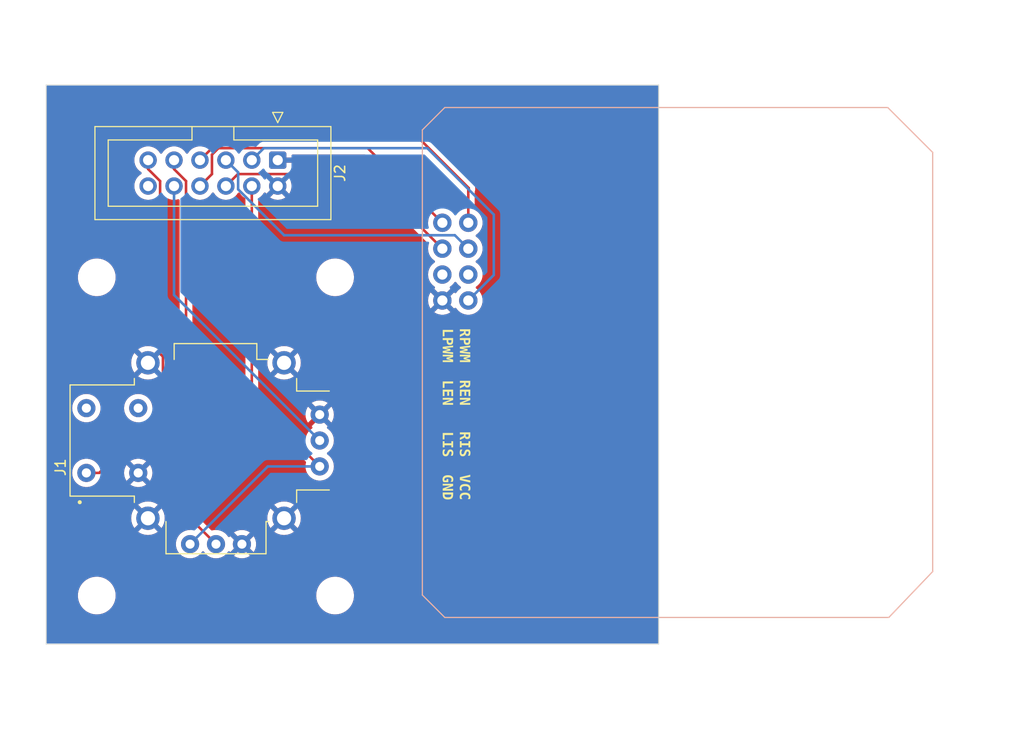
<source format=kicad_pcb>
(kicad_pcb (version 20221018) (generator pcbnew)
  (layers (0 "F.Cu" signal) (31 "B.Cu" signal) (34 "B.Paste" user) (35 "F.Paste" user) (36 "B.SilkS" user "B.Silkscreen") (37 "F.SilkS" user "F.Silkscreen") (38 "B.Mask" user) (39 "F.Mask" user) (44 "Edge.Cuts" user))
  (net 0 "")
  (net 3 "GND")
  (net 4 "+5V")
  (net 5 "+3V3")
  (net 6 "D1")
  (net 7 "D2")
  (net 8 "D3")
  (net 9 "D4")
  (net 10 "D5")
  (net 11 "D6")
  (net 12 "D7")
  (net 13 "D8")
  (footprint "MountingHole:MountingHole_3.2mm_M3" (layer "F.Cu") (at 77.45 117.35)
    (fp_text reference "REF**" hide)
    (fp_text value "MountingHole_3.2mm_M3")
    (pad "" np_thru_hole circle (at 0 0) (size 3.2 3.2) (drill 3.2) (layers "*.Cu" "*.Mask"))
  )
  (footprint "MountingHole:MountingHole_3.2mm_M3" (layer "F.Cu") (at 100.8 117.35)
    (fp_text reference "REF**" hide)
    (fp_text value "MountingHole_3.2mm_M3")
    (pad "" np_thru_hole circle (at 0 0) (size 3.2 3.2) (drill 3.2) (layers "*.Cu" "*.Mask"))
  )
  (footprint "Connector_IDC:IDC-Header_2x06_P2.54mm_Vertical" (layer "F.Cu") (at 95.18 74.66 -90)
    (fp_text reference "J2" (at 1.27 -6.1 90) (layer "F.SilkS"))
    (fp_text value "Conn_02x06_Odd_Even")
    (fp_line (start -4.68 -0.5) (end -4.68 0.5) (stroke (width 0.12)) (layer "F.SilkS"))
    (fp_line (start -4.68 0.5) (end -3.68 0) (stroke (width 0.12)) (layer "F.SilkS"))
    (fp_line (start -3.68 0) (end -4.68 -0.5) (stroke (width 0.12)) (layer "F.SilkS"))
    (fp_line (start -3.29 -5.21) (end 5.83 -5.21) (stroke (width 0.12)) (layer "F.SilkS"))
    (fp_line (start -3.29 4.3) (end -1.98 4.3) (stroke (width 0.12)) (layer "F.SilkS"))
    (fp_line (start -3.29 17.91) (end -3.29 -5.21) (stroke (width 0.12)) (layer "F.SilkS"))
    (fp_line (start -1.98 -3.91) (end 4.52 -3.91) (stroke (width 0.12)) (layer "F.SilkS"))
    (fp_line (start -1.98 4.3) (end -1.98 -3.91) (stroke (width 0.12)) (layer "F.SilkS"))
    (fp_line (start -1.98 8.4) (end -3.29 8.4) (stroke (width 0.12)) (layer "F.SilkS"))
    (fp_line (start -1.98 8.4) (end -1.98 8.4) (stroke (width 0.12)) (layer "F.SilkS"))
    (fp_line (start -1.98 16.61) (end -1.98 8.4) (stroke (width 0.12)) (layer "F.SilkS"))
    (fp_line (start 4.52 -3.91) (end 4.52 16.61) (stroke (width 0.12)) (layer "F.SilkS"))
    (fp_line (start 4.52 16.61) (end -1.98 16.61) (stroke (width 0.12)) (layer "F.SilkS"))
    (fp_line (start 5.83 -5.21) (end 5.83 17.91) (stroke (width 0.12)) (layer "F.SilkS"))
    (fp_line (start 5.83 17.91) (end -3.29 17.91) (stroke (width 0.12)) (layer "F.SilkS"))
    (pad "1" thru_hole roundrect (at 0 0 270) (size 1.7 1.7) (drill 1) (layers "*.Cu" "*.Mask") (roundrect_rratio 0.1470588235) (net 3 "GND"))
    (pad "2" thru_hole circle (at 2.54 0 270) (size 1.7 1.7) (drill 1) (layers "*.Cu" "*.Mask") (net 3 "GND"))
    (pad "3" thru_hole circle (at 0 2.54 270) (size 1.7 1.7) (drill 1) (layers "*.Cu" "*.Mask") (net 4 "+5V"))
    (pad "4" thru_hole circle (at 2.54 2.54 270) (size 1.7 1.7) (drill 1) (layers "*.Cu" "*.Mask") (net 5 "+3V3"))
    (pad "5" thru_hole circle (at 0 5.08 270) (size 1.7 1.7) (drill 1) (layers "*.Cu" "*.Mask") (net 6 "D1"))
    (pad "6" thru_hole circle (at 2.54 5.08 270) (size 1.7 1.7) (drill 1) (layers "*.Cu" "*.Mask") (net 7 "D2"))
    (pad "7" thru_hole circle (at 0 7.62 270) (size 1.7 1.7) (drill 1) (layers "*.Cu" "*.Mask") (net 8 "D3"))
    (pad "8" thru_hole circle (at 2.54 7.62 270) (size 1.7 1.7) (drill 1) (layers "*.Cu" "*.Mask") (net 9 "D4"))
    (pad "9" thru_hole circle (at 0 10.16 270) (size 1.7 1.7) (drill 1) (layers "*.Cu" "*.Mask") (net 10 "D5"))
    (pad "10" thru_hole circle (at 2.54 10.16 270) (size 1.7 1.7) (drill 1) (layers "*.Cu" "*.Mask") (net 11 "D6"))
    (pad "11" thru_hole circle (at 0 12.7 270) (size 1.7 1.7) (drill 1) (layers "*.Cu" "*.Mask") (net 12 "D7"))
    (pad "12" thru_hole circle (at 2.54 12.7 270) (size 1.7 1.7) (drill 1) (layers "*.Cu" "*.Mask") (net 13 "D8"))
  )
  (footprint "XDCR_COM:XDCR_COM-09032" (layer "F.Cu") (at 89.131281 102.15 90)
    (fp_text reference "J1" (at -2.625 -15.235 90) (layer "F.SilkS"))
    (fp_text value "COM-09032")
    (fp_line (start -11.1 -4.9) (end -7.95 -4.9) (stroke (width 0.127)) (layer "F.SilkS"))
    (fp_line (start -11.1 4.9) (end -11.1 -4.9) (stroke (width 0.127)) (layer "F.SilkS"))
    (fp_line (start -7.95 4.9) (end -11.1 4.9) (stroke (width 0.127)) (layer "F.SilkS"))
    (fp_line (start -7.95 5.17) (end -7.95 4.9) (stroke (width 0.127)) (layer "F.SilkS"))
    (fp_line (start -6.07 -8) (end -5.45 -8) (stroke (width 0.127)) (layer "F.SilkS"))
    (fp_line (start -5.45 -14.3) (end 5.45 -14.3) (stroke (width 0.127)) (layer "F.SilkS"))
    (fp_line (start -5.45 -8) (end -5.45 -14.3) (stroke (width 0.127)) (layer "F.SilkS"))
    (fp_line (start -4.85 7.9) (end -6.07 7.9) (stroke (width 0.127)) (layer "F.SilkS"))
    (fp_line (start -4.85 11.1) (end -4.85 7.9) (stroke (width 0.127)) (layer "F.SilkS"))
    (fp_line (start 4.85 7.9) (end 4.85 11.1) (stroke (width 0.127)) (layer "F.SilkS"))
    (fp_line (start 5.45 -14.3) (end 5.45 -8) (stroke (width 0.127)) (layer "F.SilkS"))
    (fp_line (start 5.45 -8) (end 6.08 -8) (stroke (width 0.127)) (layer "F.SilkS"))
    (fp_line (start 6.08 7.9) (end 4.85 7.9) (stroke (width 0.127)) (layer "F.SilkS"))
    (fp_line (start 7.95 -4.1) (end 9.5 -4.1) (stroke (width 0.127)) (layer "F.SilkS"))
    (fp_line (start 7.95 4) (end 7.95 5.12) (stroke (width 0.127)) (layer "F.SilkS"))
    (fp_line (start 9.5 -4.1) (end 9.5 4) (stroke (width 0.127)) (layer "F.SilkS"))
    (fp_line (start 9.5 4) (end 7.95 4) (stroke (width 0.127)) (layer "F.SilkS"))
    (fp_circle (center -6.05 -13.35) (end -5.95 -13.35) (stroke (width 0.2)) (fill none) (layer "F.SilkS"))
    (pad "B1A" thru_hole circle (at -3.175 -12.7 90) (size 1.778 1.778) (drill 0.9) (layers "*.Cu" "*.Mask") (net 12 "D7"))
    (pad "B1B" thru_hole circle (at 3.175 -12.7 90) (size 1.778 1.778) (drill 0.9) (layers "*.Cu" "*.Mask"))
    (pad "B2A" thru_hole circle (at -3.175 -7.62 90) (size 1.778 1.778) (drill 0.9) (layers "*.Cu" "*.Mask") (net 3 "GND"))
    (pad "B2B" thru_hole circle (at 3.175 -7.62 90) (size 1.778 1.778) (drill 0.9) (layers "*.Cu" "*.Mask"))
    (pad "H1" thru_hole circle (at -2.54 10.16 90) (size 1.778 1.778) (drill 0.889) (layers "*.Cu" "*.Mask") (net 5 "+3V3"))
    (pad "H2" thru_hole circle (at 0 10.16 90) (size 1.778 1.778) (drill 0.889) (layers "*.Cu" "*.Mask") (net 11 "D6"))
    (pad "H3" thru_hole circle (at 2.54 10.16 90) (size 1.778 1.778) (drill 0.889) (layers "*.Cu" "*.Mask") (net 3 "GND"))
    (pad "S1" thru_hole circle (at -7.62 -6.6675 90) (size 2.286 2.286) (drill 1.397) (layers "*.Cu" "*.Mask") (net 3 "GND"))
    (pad "S2" thru_hole circle (at -7.62 6.6675 90) (size 2.286 2.286) (drill 1.397) (layers "*.Cu" "*.Mask") (net 3 "GND"))
    (pad "S3" thru_hole circle (at 7.62 6.6675 90) (size 2.286 2.286) (drill 1.397) (layers "*.Cu" "*.Mask") (net 3 "GND"))
    (pad "S4" thru_hole circle (at 7.62 -6.6675 90) (size 2.286 2.286) (drill 1.397) (layers "*.Cu" "*.Mask") (net 3 "GND"))
    (pad "V1" thru_hole circle (at -10.16 -2.54 90) (size 1.778 1.778) (drill 0.889) (layers "*.Cu" "*.Mask") (net 5 "+3V3"))
    (pad "V2" thru_hole circle (at -10.16 0 90) (size 1.778 1.778) (drill 0.889) (layers "*.Cu" "*.Mask") (net 10 "D5"))
    (pad "V3" thru_hole circle (at -10.16 2.54 90) (size 1.778 1.778) (drill 0.889) (layers "*.Cu" "*.Mask") (net 3 "GND"))
  )
  (footprint "MountingHole:MountingHole_3.2mm_M3" (layer "F.Cu") (at 77.45 86.15)
    (fp_text reference "REF**" hide)
    (fp_text value "MountingHole_3.2mm_M3")
    (pad "" np_thru_hole circle (at 0 0) (size 3.2 3.2) (drill 3.2) (layers "*.Cu" "*.Mask"))
    (pad "" np_thru_hole circle (at 0 0) (size 3.2 3.2) (drill 3.2) (layers "*.Cu" "*.Mask"))
  )
  (footprint "MountingHole:MountingHole_3.2mm_M3" (layer "F.Cu") (at 100.8 86.15)
    (fp_text reference "REF**" hide)
    (fp_text value "MountingHole_3.2mm_M3")
    (pad "" np_thru_hole circle (at 0 0) (size 3.2 3.2) (drill 3.2) (layers "*.Cu" "*.Mask"))
  )
  (footprint "modules:BTS7960_Module" (layer "B.Cu") (at 168.05 130.6 90)
    (fp_text reference "U1" hide)
    (fp_text value "~")
    (fp_line (start 11.1 -56.5) (end 11.1 -13) (stroke (width 0.12)) (layer "B.SilkS"))
    (fp_line (start 11.1 -56.5) (end 13.3 -58.7) (stroke (width 0.12)) (layer "B.SilkS"))
    (fp_line (start 11.1 -13) (end 15.6 -8.7) (stroke (width 0.12)) (layer "B.SilkS"))
    (fp_line (start 15.6 -8.7) (end 56.7 -8.7) (stroke (width 0.12)) (layer "B.SilkS"))
    (fp_line (start 56.7 -8.7) (end 61.1 -13.1) (stroke (width 0.12)) (layer "B.SilkS"))
    (fp_line (start 58.9 -58.7) (end 13.3 -58.7) (stroke (width 0.12)) (layer "B.SilkS"))
    (fp_line (start 61.1 -56.5) (end 58.9 -58.7) (stroke (width 0.12)) (layer "B.SilkS"))
    (fp_line (start 61.1 -13.1) (end 61.1 -56.5) (stroke (width 0.12)) (layer "B.SilkS"))
    (pad "1" thru_hole circle (at 49.8 -54.2 90) (size 1.8 1.8) (drill 1) (layers "*.Cu" "*.Mask") (net 8 "D3"))
    (pad "2" thru_hole circle (at 49.8 -56.74 90) (size 1.8 1.8) (drill 1) (layers "*.Cu" "*.Mask") (net 9 "D4"))
    (pad "3" thru_hole circle (at 47.26 -54.2 90) (size 1.8 1.8) (drill 1) (layers "*.Cu" "*.Mask") (net 6 "D1"))
    (pad "4" thru_hole circle (at 47.26 -56.74 90) (size 1.8 1.8) (drill 1) (layers "*.Cu" "*.Mask") (net 7 "D2"))
    (pad "5" thru_hole circle (at 44.72 -54.2 90) (size 1.8 1.8) (drill 1) (layers "*.Cu" "*.Mask"))
    (pad "6" thru_hole circle (at 44.72 -56.74 90) (size 1.8 1.8) (drill 1) (layers "*.Cu" "*.Mask"))
    (pad "7" thru_hole circle (at 42.18 -54.2 90) (size 1.8 1.8) (drill 1) (layers "*.Cu" "*.Mask") (net 4 "+5V"))
    (pad "8" thru_hole circle (at 42.18 -56.74 90) (size 1.8 1.8) (drill 1) (layers "*.Cu" "*.Mask") (net 3 "GND"))
  )
  (gr_line (start 72.5 67.3) (end 132.5 67.3) (stroke (width 0.1)) (layer "Edge.Cuts"))
  (gr_line (start 132.5 67.3) (end 132.5 122.1) (stroke (width 0.1)) (layer "Edge.Cuts"))
  (gr_line (start 72.5 122.1) (end 132.5 122.1) (stroke (width 0.1)) (layer "Edge.Cuts"))
  (gr_line (start 72.5 67.3) (end 72.5 122.1) (stroke (width 0.1)) (layer "Edge.Cuts"))
  (gr_text "RPWM  REN   RIS  VCC\nLPWM  LEN   LIS  GND\n" (at 112.6 91.15 270) (layer "F.SilkS") (effects (font (size 1 1) (thickness 0.2) bold) (justify left)))
  (segment (start 92.64 74.66) (end 93.815 73.485) (width 0.25) (layer "B.Cu") (net 4))
  (segment (start 116.35 85.92) (end 113.85 88.42) (width 0.25) (layer "B.Cu") (net 4))
  (segment (start 109.835 73.485) (end 116.35 80) (width 0.25) (layer "B.Cu") (net 4))
  (segment (start 93.815 73.485) (end 109.835 73.485) (width 0.25) (layer "B.Cu") (net 4))
  (segment (start 116.35 80) (end 116.35 85.92) (width 0.25) (layer "B.Cu") (net 4))
  (segment (start 92.64 77.2) (end 92.64 98.038719) (width 0.25) (layer "F.Cu") (net 5))
  (segment (start 92.64 98.038719) (end 99.291281 104.69) (width 0.25) (layer "F.Cu") (net 5))
  (segment (start 94.211281 104.69) (end 99.291281 104.69) (width 0.25) (layer "B.Cu") (net 5))
  (segment (start 86.591281 112.31) (end 94.211281 104.69) (width 0.25) (layer "B.Cu") (net 5))
  (segment (start 91.3 77.521701) (end 91.3 75.86) (width 0.25) (layer "B.Cu") (net 6))
  (segment (start 112.535 82.025) (end 95.803299 82.025) (width 0.25) (layer "B.Cu") (net 6))
  (segment (start 113.85 83.34) (end 112.535 82.025) (width 0.25) (layer "B.Cu") (net 6))
  (segment (start 91.3 75.86) (end 90.1 74.66) (width 0.25) (layer "B.Cu") (net 6))
  (segment (start 95.803299 82.025) (end 91.3 77.521701) (width 0.25) (layer "B.Cu") (net 6))
  (segment (start 103.995 76.025) (end 111.31 83.34) (width 0.25) (layer "F.Cu") (net 7))
  (segment (start 90.1 77.2) (end 91.275 76.025) (width 0.25) (layer "F.Cu") (net 7))
  (segment (start 91.275 76.025) (end 103.995 76.025) (width 0.25) (layer "F.Cu") (net 7))
  (segment (start 108.2 71.7) (end 113.9 77.4) (width 0.25) (layer "F.Cu") (net 8))
  (segment (start 113.9 77.4) (end 113.9 77.5) (width 0.25) (layer "F.Cu") (net 8))
  (segment (start 87.56 74.66) (end 90.52 71.7) (width 0.25) (layer "F.Cu") (net 8))
  (segment (start 113.85 77.55) (end 113.85 80.8) (width 0.25) (layer "F.Cu") (net 8))
  (segment (start 90.52 71.7) (end 108.2 71.7) (width 0.25) (layer "F.Cu") (net 8))
  (segment (start 113.9 77.5) (end 113.85 77.55) (width 0.25) (layer "F.Cu") (net 8))
  (segment (start 103.995 73.485) (end 89.371396 73.485) (width 0.25) (layer "F.Cu") (net 9))
  (segment (start 89.371396 73.485) (end 88.735 74.121396) (width 0.25) (layer "F.Cu") (net 9))
  (segment (start 88.735 74.121396) (end 88.735 76.025) (width 0.25) (layer "F.Cu") (net 9))
  (segment (start 111.31 80.8) (end 103.995 73.485) (width 0.25) (layer "F.Cu") (net 9))
  (segment (start 88.735 76.025) (end 87.56 77.2) (width 0.25) (layer "F.Cu") (net 9))
  (segment (start 85.02 74.66) (end 85.02 75.538299) (width 0.25) (layer "F.Cu") (net 10))
  (segment (start 86.195 109.373719) (end 89.131281 112.31) (width 0.25) (layer "F.Cu") (net 10))
  (segment (start 85.02 75.538299) (end 86.195 76.713299) (width 0.25) (layer "F.Cu") (net 10))
  (segment (start 86.195 76.713299) (end 86.195 109.373719) (width 0.25) (layer "F.Cu") (net 10))
  (segment (start 99.291281 102.15) (end 85.02 87.878719) (width 0.25) (layer "B.Cu") (net 11))
  (segment (start 85.02 87.878719) (end 85.02 77.2) (width 0.25) (layer "B.Cu") (net 11))
  (segment (start 83.655 93.645153) (end 83.931781 93.921934) (width 0.25) (layer "F.Cu") (net 12))
  (segment (start 83.931781 93.921934) (end 83.931781 99.081735) (width 0.25) (layer "F.Cu") (net 12))
  (segment (start 83.655 76.713299) (end 83.655 93.645153) (width 0.25) (layer "F.Cu") (net 12))
  (segment (start 83.931781 99.081735) (end 77.688516 105.325) (width 0.25) (layer "F.Cu") (net 12))
  (segment (start 77.688516 105.325) (end 76.431281 105.325) (width 0.25) (layer "F.Cu") (net 12))
  (segment (start 82.48 75.538299) (end 83.655 76.713299) (width 0.25) (layer "F.Cu") (net 12))
  (segment (start 82.48 74.66) (end 82.48 75.538299) (width 0.25) (layer "F.Cu") (net 12))
  (zone (net 3) (net_name "GND") (layers "F&B.Cu") (connect_pads (clearance 0.5)) (min_thickness 0.25) (fill yes (thermal_gap 0.5) (thermal_bridge_width 0.5))
    (polygon (pts (xy 69.25 64.65) (xy 133.8 64.65) (xy 134.25 123.6) (xy 69.8 123.75)))
  )
)
</source>
